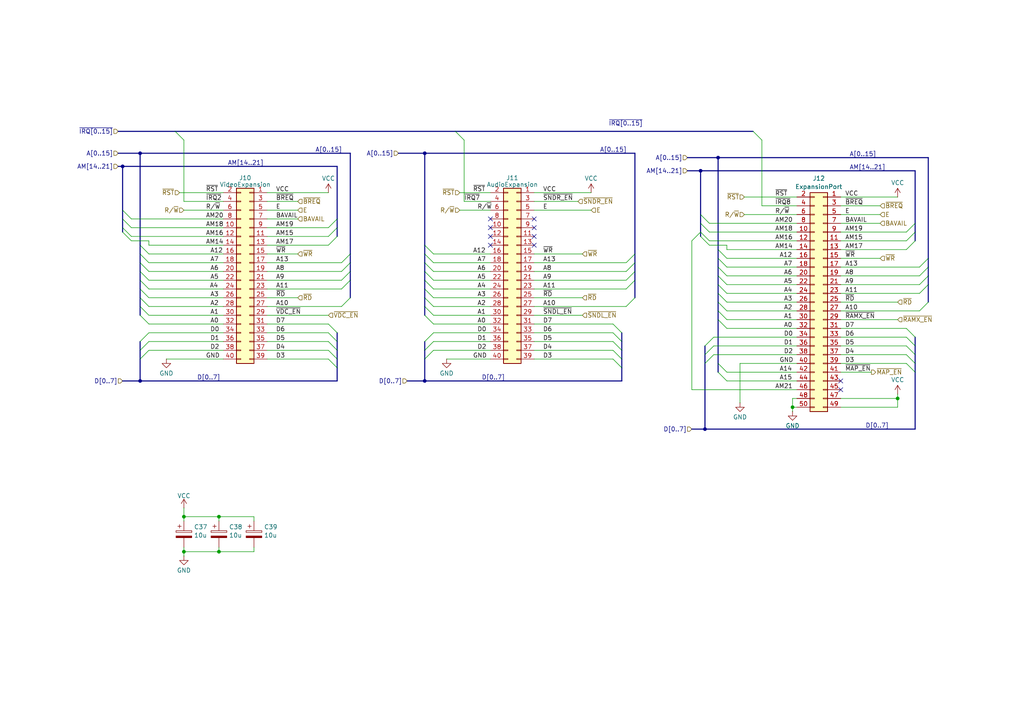
<source format=kicad_sch>
(kicad_sch (version 20231120) (generator "eeschema") (generator_version "8.0")
  (paper "A4")
  (lib_symbols
    (symbol "Connector_Generic:Conn_02x20_Odd_Even" (pin_names (offset 1.016) hide)
      (property "Reference" "J" (at 1.27 25.4 0))
      (property "Value" "Conn_02x20_Odd_Even" (at 1.27 -27.94 0))
      (symbol "Conn_02x20_Odd_Even_1_1"
        (rectangle (start -1.27 -25.273) (end 0 -25.527) (stroke (width 0.1524)))
        (rectangle (start -1.27 -22.733) (end 0 -22.987) (stroke (width 0.1524)))
        (rectangle (start -1.27 -20.193) (end 0 -20.447) (stroke (width 0.1524)))
        (rectangle (start -1.27 -17.653) (end 0 -17.907) (stroke (width 0.1524)))
        (rectangle (start -1.27 -15.113) (end 0 -15.367) (stroke (width 0.1524)))
        (rectangle (start -1.27 -12.573) (end 0 -12.827) (stroke (width 0.1524)))
        (rectangle (start -1.27 -10.033) (end 0 -10.287) (stroke (width 0.1524)))
        (rectangle (start -1.27 -7.493) (end 0 -7.747) (stroke (width 0.1524)))
        (rectangle (start -1.27 -4.953) (end 0 -5.207) (stroke (width 0.1524)))
        (rectangle (start -1.27 -2.413) (end 0 -2.667) (stroke (width 0.1524)))
        (rectangle (start -1.27 0.127) (end 0 -0.127) (stroke (width 0.1524)))
        (rectangle (start -1.27 2.667) (end 0 2.413) (stroke (width 0.1524)))
        (rectangle (start -1.27 5.207) (end 0 4.953) (stroke (width 0.1524)))
        (rectangle (start -1.27 7.747) (end 0 7.493) (stroke (width 0.1524)))
        (rectangle (start -1.27 10.287) (end 0 10.033) (stroke (width 0.1524)))
        (rectangle (start -1.27 12.827) (end 0 12.573) (stroke (width 0.1524)))
        (rectangle (start -1.27 15.367) (end 0 15.113) (stroke (width 0.1524)))
        (rectangle (start -1.27 17.907) (end 0 17.653) (stroke (width 0.1524)))
        (rectangle (start -1.27 20.447) (end 0 20.193) (stroke (width 0.1524)))
        (rectangle (start -1.27 22.987) (end 0 22.733) (stroke (width 0.1524)))
        (rectangle (start -1.27 24.13) (end 3.81 -26.67) (stroke (width 0.254)) (fill (type background)))
        (rectangle (start 3.81 -25.273) (end 2.54 -25.527) (stroke (width 0.1524)))
        (rectangle (start 3.81 -22.733) (end 2.54 -22.987) (stroke (width 0.1524)))
        (rectangle (start 3.81 -20.193) (end 2.54 -20.447) (stroke (width 0.1524)))
        (rectangle (start 3.81 -17.653) (end 2.54 -17.907) (stroke (width 0.1524)))
        (rectangle (start 3.81 -15.113) (end 2.54 -15.367) (stroke (width 0.1524)))
        (rectangle (start 3.81 -12.573) (end 2.54 -12.827) (stroke (width 0.1524)))
        (rectangle (start 3.81 -10.033) (end 2.54 -10.287) (stroke (width 0.1524)))
        (rectangle (start 3.81 -7.493) (end 2.54 -7.747) (stroke (width 0.1524)))
        (rectangle (start 3.81 -4.953) (end 2.54 -5.207) (stroke (width 0.1524)))
        (rectangle (start 3.81 -2.413) (end 2.54 -2.667) (stroke (width 0.1524)))
        (rectangle (start 3.81 0.127) (end 2.54 -0.127) (stroke (width 0.1524)))
        (rectangle (start 3.81 2.667) (end 2.54 2.413) (stroke (width 0.1524)))
        (rectangle (start 3.81 5.207) (end 2.54 4.953) (stroke (width 0.1524)))
        (rectangle (start 3.81 7.747) (end 2.54 7.493) (stroke (width 0.1524)))
        (rectangle (start 3.81 10.287) (end 2.54 10.033) (stroke (width 0.1524)))
        (rectangle (start 3.81 12.827) (end 2.54 12.573) (stroke (width 0.1524)))
        (rectangle (start 3.81 15.367) (end 2.54 15.113) (stroke (width 0.1524)))
        (rectangle (start 3.81 17.907) (end 2.54 17.653) (stroke (width 0.1524)))
        (rectangle (start 3.81 20.447) (end 2.54 20.193) (stroke (width 0.1524)))
        (rectangle (start 3.81 22.987) (end 2.54 22.733) (stroke (width 0.1524)))
        (pin passive line (at -5.08 22.86 0) (length 3.81) (name "Pin_1") (number "1"))
        (pin passive line (at 7.62 12.7 180) (length 3.81) (name "Pin_10") (number "10"))
        (pin passive line (at -5.08 10.16 0) (length 3.81) (name "Pin_11") (number "11"))
        (pin passive line (at 7.62 10.16 180) (length 3.81) (name "Pin_12") (number "12"))
        (pin passive line (at -5.08 7.62 0) (length 3.81) (name "Pin_13") (number "13"))
        (pin passive line (at 7.62 7.62 180) (length 3.81) (name "Pin_14") (number "14"))
        (pin passive line (at -5.08 5.08 0) (length 3.81) (name "Pin_15") (number "15"))
        (pin passive line (at 7.62 5.08 180) (length 3.81) (name "Pin_16") (number "16"))
        (pin passive line (at -5.08 2.54 0) (length 3.81) (name "Pin_17") (number "17"))
        (pin passive line (at 7.62 2.54 180) (length 3.81) (name "Pin_18") (number "18"))
        (pin passive line (at -5.08 0 0) (length 3.81) (name "Pin_19") (number "19"))
        (pin passive line (at 7.62 22.86 180) (length 3.81) (name "Pin_2") (number "2"))
        (pin passive line (at 7.62 0 180) (length 3.81) (name "Pin_20") (number "20"))
        (pin passive line (at -5.08 -2.54 0) (length 3.81) (name "Pin_21") (number "21"))
        (pin passive line (at 7.62 -2.54 180) (length 3.81) (name "Pin_22") (number "22"))
        (pin passive line (at -5.08 -5.08 0) (length 3.81) (name "Pin_23") (number "23"))
        (pin passive line (at 7.62 -5.08 180) (length 3.81) (name "Pin_24") (number "24"))
        (pin passive line (at -5.08 -7.62 0) (length 3.81) (name "Pin_25") (number "25"))
        (pin passive line (at 7.62 -7.62 180) (length 3.81) (name "Pin_26") (number "26"))
        (pin passive line (at -5.08 -10.16 0) (length 3.81) (name "Pin_27") (number "27"))
        (pin passive line (at 7.62 -10.16 180) (length 3.81) (name "Pin_28") (number "28"))
        (pin passive line (at -5.08 -12.7 0) (length 3.81) (name "Pin_29") (number "29"))
        (pin passive line (at -5.08 20.32 0) (length 3.81) (name "Pin_3") (number "3"))
        (pin passive line (at 7.62 -12.7 180) (length 3.81) (name "Pin_30") (number "30"))
        (pin passive line (at -5.08 -15.24 0) (length 3.81) (name "Pin_31") (number "31"))
        (pin passive line (at 7.62 -15.24 180) (length 3.81) (name "Pin_32") (number "32"))
        (pin passive line (at -5.08 -17.78 0) (length 3.81) (name "Pin_33") (number "33"))
        (pin passive line (at 7.62 -17.78 180) (length 3.81) (name "Pin_34") (number "34"))
        (pin passive line (at -5.08 -20.32 0) (length 3.81) (name "Pin_35") (number "35"))
        (pin passive line (at 7.62 -20.32 180) (length 3.81) (name "Pin_36") (number "36"))
        (pin passive line (at -5.08 -22.86 0) (length 3.81) (name "Pin_37") (number "37"))
        (pin passive line (at 7.62 -22.86 180) (length 3.81) (name "Pin_38") (number "38"))
        (pin passive line (at -5.08 -25.4 0) (length 3.81) (name "Pin_39") (number "39"))
        (pin passive line (at 7.62 20.32 180) (length 3.81) (name "Pin_4") (number "4"))
        (pin passive line (at 7.62 -25.4 180) (length 3.81) (name "Pin_40") (number "40"))
        (pin passive line (at -5.08 17.78 0) (length 3.81) (name "Pin_5") (number "5"))
        (pin passive line (at 7.62 17.78 180) (length 3.81) (name "Pin_6") (number "6"))
        (pin passive line (at -5.08 15.24 0) (length 3.81) (name "Pin_7") (number "7"))
        (pin passive line (at 7.62 15.24 180) (length 3.81) (name "Pin_8") (number "8"))
        (pin passive line (at -5.08 12.7 0) (length 3.81) (name "Pin_9") (number "9"))
      )
    )
    (symbol "Connector_Generic:Conn_02x25_Odd_Even" (pin_names (offset 1.016) hide)
      (property "Reference" "J" (at 1.27 33.02 0))
      (property "Value" "Conn_02x25_Odd_Even" (at 1.27 -33.02 0))
      (symbol "Conn_02x25_Odd_Even_1_1"
        (rectangle (start -1.27 -30.353) (end 0 -30.607) (stroke (width 0.1524)))
        (rectangle (start -1.27 -27.813) (end 0 -28.067) (stroke (width 0.1524)))
        (rectangle (start -1.27 -25.273) (end 0 -25.527) (stroke (width 0.1524)))
        (rectangle (start -1.27 -22.733) (end 0 -22.987) (stroke (width 0.1524)))
        (rectangle (start -1.27 -20.193) (end 0 -20.447) (stroke (width 0.1524)))
        (rectangle (start -1.27 -17.653) (end 0 -17.907) (stroke (width 0.1524)))
        (rectangle (start -1.27 -15.113) (end 0 -15.367) (stroke (width 0.1524)))
        (rectangle (start -1.27 -12.573) (end 0 -12.827) (stroke (width 0.1524)))
        (rectangle (start -1.27 -10.033) (end 0 -10.287) (stroke (width 0.1524)))
        (rectangle (start -1.27 -7.493) (end 0 -7.747) (stroke (width 0.1524)))
        (rectangle (start -1.27 -4.953) (end 0 -5.207) (stroke (width 0.1524)))
        (rectangle (start -1.27 -2.413) (end 0 -2.667) (stroke (width 0.1524)))
        (rectangle (start -1.27 0.127) (end 0 -0.127) (stroke (width 0.1524)))
        (rectangle (start -1.27 2.667) (end 0 2.413) (stroke (width 0.1524)))
        (rectangle (start -1.27 5.207) (end 0 4.953) (stroke (width 0.1524)))
        (rectangle (start -1.27 7.747) (end 0 7.493) (stroke (width 0.1524)))
        (rectangle (start -1.27 10.287) (end 0 10.033) (stroke (width 0.1524)))
        (rectangle (start -1.27 12.827) (end 0 12.573) (stroke (width 0.1524)))
        (rectangle (start -1.27 15.367) (end 0 15.113) (stroke (width 0.1524)))
        (rectangle (start -1.27 17.907) (end 0 17.653) (stroke (width 0.1524)))
        (rectangle (start -1.27 20.447) (end 0 20.193) (stroke (width 0.1524)))
        (rectangle (start -1.27 22.987) (end 0 22.733) (stroke (width 0.1524)))
        (rectangle (start -1.27 25.527) (end 0 25.273) (stroke (width 0.1524)))
        (rectangle (start -1.27 28.067) (end 0 27.813) (stroke (width 0.1524)))
        (rectangle (start -1.27 30.607) (end 0 30.353) (stroke (width 0.1524)))
        (rectangle (start -1.27 31.75) (end 3.81 -31.75) (stroke (width 0.254)) (fill (type background)))
        (rectangle (start 3.81 -30.353) (end 2.54 -30.607) (stroke (width 0.1524)))
        (rectangle (start 3.81 -27.813) (end 2.54 -28.067) (stroke (width 0.1524)))
        (rectangle (start 3.81 -25.273) (end 2.54 -25.527) (stroke (width 0.1524)))
        (rectangle (start 3.81 -22.733) (end 2.54 -22.987) (stroke (width 0.1524)))
        (rectangle (start 3.81 -20.193) (end 2.54 -20.447) (stroke (width 0.1524)))
        (rectangle (start 3.81 -17.653) (end 2.54 -17.907) (stroke (width 0.1524)))
        (rectangle (start 3.81 -15.113) (end 2.54 -15.367) (stroke (width 0.1524)))
        (rectangle (start 3.81 -12.573) (end 2.54 -12.827) (stroke (width 0.1524)))
        (rectangle (start 3.81 -10.033) (end 2.54 -10.287) (stroke (width 0.1524)))
        (rectangle (start 3.81 -7.493) (end 2.54 -7.747) (stroke (width 0.1524)))
        (rectangle (start 3.81 -4.953) (end 2.54 -5.207) (stroke (width 0.1524)))
        (rectangle (start 3.81 -2.413) (end 2.54 -2.667) (stroke (width 0.1524)))
        (rectangle (start 3.81 0.127) (end 2.54 -0.127) (stroke (width 0.1524)))
        (rectangle (start 3.81 2.667) (end 2.54 2.413) (stroke (width 0.1524)))
        (rectangle (start 3.81 5.207) (end 2.54 4.953) (stroke (width 0.1524)))
        (rectangle (start 3.81 7.747) (end 2.54 7.493) (stroke (width 0.1524)))
        (rectangle (start 3.81 10.287) (end 2.54 10.033) (stroke (width 0.1524)))
        (rectangle (start 3.81 12.827) (end 2.54 12.573) (stroke (width 0.1524)))
        (rectangle (start 3.81 15.367) (end 2.54 15.113) (stroke (width 0.1524)))
        (rectangle (start 3.81 17.907) (end 2.54 17.653) (stroke (width 0.1524)))
        (rectangle (start 3.81 20.447) (end 2.54 20.193) (stroke (width 0.1524)))
        (rectangle (start 3.81 22.987) (end 2.54 22.733) (stroke (width 0.1524)))
        (rectangle (start 3.81 25.527) (end 2.54 25.273) (stroke (width 0.1524)))
        (rectangle (start 3.81 28.067) (end 2.54 27.813) (stroke (width 0.1524)))
        (rectangle (start 3.81 30.607) (end 2.54 30.353) (stroke (width 0.1524)))
        (pin passive line (at -5.08 30.48 0) (length 3.81) (name "Pin_1") (number "1"))
        (pin passive line (at 7.62 20.32 180) (length 3.81) (name "Pin_10") (number "10"))
        (pin passive line (at -5.08 17.78 0) (length 3.81) (name "Pin_11") (number "11"))
        (pin passive line (at 7.62 17.78 180) (length 3.81) (name "Pin_12") (number "12"))
        (pin passive line (at -5.08 15.24 0) (length 3.81) (name "Pin_13") (number "13"))
        (pin passive line (at 7.62 15.24 180) (length 3.81) (name "Pin_14") (number "14"))
        (pin passive line (at -5.08 12.7 0) (length 3.81) (name "Pin_15") (number "15"))
        (pin passive line (at 7.62 12.7 180) (length 3.81) (name "Pin_16") (number "16"))
        (pin passive line (at -5.08 10.16 0) (length 3.81) (name "Pin_17") (number "17"))
        (pin passive line (at 7.62 10.16 180) (length 3.81) (name "Pin_18") (number "18"))
        (pin passive line (at -5.08 7.62 0) (length 3.81) (name "Pin_19") (number "19"))
        (pin passive line (at 7.62 30.48 180) (length 3.81) (name "Pin_2") (number "2"))
        (pin passive line (at 7.62 7.62 180) (length 3.81) (name "Pin_20") (number "20"))
        (pin passive line (at -5.08 5.08 0) (length 3.81) (name "Pin_21") (number "21"))
        (pin passive line (at 7.62 5.08 180) (length 3.81) (name "Pin_22") (number "22"))
        (pin passive line (at -5.08 2.54 0) (length 3.81) (name "Pin_23") (number "23"))
        (pin passive line (at 7.62 2.54 180) (length 3.81) (name "Pin_24") (number "24"))
        (pin passive line (at -5.08 0 0) (length 3.81) (name "Pin_25") (number "25"))
        (pin passive line (at 7.62 0 180) (length 3.81) (name "Pin_26") (number "26"))
        (pin passive line (at -5.08 -2.54 0) (length 3.81) (name "Pin_27") (number "27"))
        (pin passive line (at 7.62 -2.54 180) (length 3.81) (name "Pin_28") (number "28"))
        (pin passive line (at -5.08 -5.08 0) (length 3.81) (name "Pin_29") (number "29"))
        (pin passive line (at -5.08 27.94 0) (length 3.81) (name "Pin_3") (number "3"))
        (pin passive line (at 7.62 -5.08 180) (length 3.81) (name "Pin_30") (number "30"))
        (pin passive line (at -5.08 -7.62 0) (length 3.81) (name "Pin_31") (number "31"))
        (pin passive line (at 7.62 -7.62 180) (length 3.81) (name "Pin_32") (number "32"))
        (pin passive line (at -5.08 -10.16 0) (length 3.81) (name "Pin_33") (number "33"))
        (pin passive line (at 7.62 -10.16 180) (length 3.81) (name "Pin_34") (number "34"))
        (pin passive line (at -5.08 -12.7 0) (length 3.81) (name "Pin_35") (number "35"))
        (pin passive line (at 7.62 -12.7 180) (length 3.81) (name "Pin_36") (number "36"))
        (pin passive line (at -5.08 -15.24 0) (length 3.81) (name "Pin_37") (number "37"))
        (pin passive line (at 7.62 -15.24 180) (length 3.81) (name "Pin_38") (number "38"))
        (pin passive line (at -5.08 -17.78 0) (length 3.81) (name "Pin_39") (number "39"))
        (pin passive line (at 7.62 27.94 180) (length 3.81) (name "Pin_4") (number "4"))
        (pin passive line (at 7.62 -17.78 180) (length 3.81) (name "Pin_40") (number "40"))
        (pin passive line (at -5.08 -20.32 0) (length 3.81) (name "Pin_41") (number "41"))
        (pin passive line (at 7.62 -20.32 180) (length 3.81) (name "Pin_42") (number "42"))
        (pin passive line (at -5.08 -22.86 0) (length 3.81) (name "Pin_43") (number "43"))
        (pin passive line (at 7.62 -22.86 180) (length 3.81) (name "Pin_44") (number "44"))
        (pin passive line (at -5.08 -25.4 0) (length 3.81) (name "Pin_45") (number "45"))
        (pin passive line (at 7.62 -25.4 180) (length 3.81) (name "Pin_46") (number "46"))
        (pin passive line (at -5.08 -27.94 0) (length 3.81) (name "Pin_47") (number "47"))
        (pin passive line (at 7.62 -27.94 180) (length 3.81) (name "Pin_48") (number "48"))
        (pin passive line (at -5.08 -30.48 0) (length 3.81) (name "Pin_49") (number "49"))
        (pin passive line (at -5.08 25.4 0) (length 3.81) (name "Pin_5") (number "5"))
        (pin passive line (at 7.62 -30.48 180) (length 3.81) (name "Pin_50") (number "50"))
        (pin passive line (at 7.62 25.4 180) (length 3.81) (name "Pin_6") (number "6"))
        (pin passive line (at -5.08 22.86 0) (length 3.81) (name "Pin_7") (number "7"))
        (pin passive line (at 7.62 22.86 180) (length 3.81) (name "Pin_8") (number "8"))
        (pin passive line (at -5.08 20.32 0) (length 3.81) (name "Pin_9") (number "9"))
      )
    )
    (symbol "Device:C_Polarized" (pin_numbers hide) (pin_names (offset 0.254))
      (property "Reference" "C" (at 0.635 2.54 0))
      (property "Value" "C_Polarized" (at 0.635 -2.54 0))
      (symbol "C_Polarized_0_1"
        (rectangle (start -2.286 0.508) (end 2.286 1.016))
        (polyline (pts (xy -1.778 2.286) (xy -0.762 2.286)))
        (polyline (pts (xy -1.27 2.794) (xy -1.27 1.778)))
        (rectangle (start 2.286 -0.508) (end -2.286 -1.016) (fill (type outline)))
      )
      (symbol "C_Polarized_1_1"
        (pin passive line (at 0 3.81 270) (length 2.794) (name "~") (number "1"))
        (pin passive line (at 0 -3.81 90) (length 2.794) (name "~") (number "2"))
      )
    )
    (symbol "power:GND" (power) (pin_numbers hide) (pin_names (offset 0) hide)
      (property "Value" "GND" (at 0 -3.81 0))
      (symbol "GND_0_1"
        (polyline (pts (xy 0 0) (xy 0 -1.27) (xy 1.27 -1.27) (xy 0 -2.54) (xy -1.27 -1.27) (xy 0 -1.27)))
      )
      (symbol "GND_1_1"
        (pin power_in line (at 0 0 270) (length 0) (name "~") (number "1"))
      )
    )
    (symbol "power:VCC" (power) (pin_numbers hide) (pin_names (offset 0) hide)
      (property "Value" "VCC" (at 0 3.556 0))
      (symbol "VCC_0_1"
        (polyline (pts (xy -0.762 1.27) (xy 0 2.54)))
        (polyline (pts (xy 0 0) (xy 0 2.54)))
        (polyline (pts (xy 0 2.54) (xy 0.762 1.27)))
      )
      (symbol "VCC_1_1"
        (pin power_in line (at 0 0 90) (length 0) (name "~") (number "1"))
      )
    )
  )
  (junction (at 204.47 124.46))
  (junction (at 40.64 110.49))
  (junction (at 40.64 44.45))
  (junction (at 260.35 115.57))
  (junction (at 203.2 49.53))
  (junction (at 123.19 110.49))
  (junction (at 229.87 118.11))
  (junction (at 53.34 149.86))
  (junction (at 35.56 48.26))
  (junction (at 53.34 160.02))
  (junction (at 63.5 160.02))
  (junction (at 63.5 149.86))
  (junction (at 123.19 44.45))
  (junction (at 208.28 45.72))
  (no_connect (at 154.94 63.5))
  (no_connect (at 243.84 110.49))
  (no_connect (at 142.24 66.04))
  (no_connect (at 154.94 71.12))
  (no_connect (at 142.24 63.5))
  (no_connect (at 142.24 68.58))
  (no_connect (at 154.94 68.58))
  (no_connect (at 154.94 66.04))
  (no_connect (at 243.84 113.03))
  (no_connect (at 142.24 71.12))
  (bus_entry (at 205.74 64.77) (size -2.54 -2.54))
  (bus_entry (at 210.82 77.47) (size -2.54 -2.54))
  (bus_entry (at 43.18 88.9) (size -2.54 -2.54))
  (bus_entry (at 95.25 66.04) (size 2.54 -2.54))
  (bus_entry (at 40.64 99.06) (size 2.54 -2.54))
  (bus_entry (at 125.73 86.36) (size -2.54 -2.54))
  (bus_entry (at 266.7 85.09) (size 2.54 -2.54))
  (bus_entry (at 210.82 87.63) (size -2.54 -2.54))
  (bus_entry (at 43.18 81.28) (size -2.54 -2.54))
  (bus_entry (at 123.19 99.06) (size 2.54 -2.54))
  (bus_entry (at 210.82 92.71) (size -2.54 -2.54))
  (bus_entry (at 210.82 74.93) (size -2.54 -2.54))
  (bus_entry (at 205.74 71.12) (size -2.54 -2.54))
  (bus_entry (at 208.28 105.41) (size 2.54 2.54))
  (bus_entry (at 95.25 96.52) (size 2.54 2.54))
  (bus_entry (at 95.25 104.14) (size 2.54 2.54))
  (bus_entry (at 208.28 82.55) (size 2.54 2.54))
  (bus_entry (at 99.06 83.82) (size 2.54 -2.54))
  (bus_entry (at 95.25 93.98) (size 2.54 2.54))
  (bus_entry (at 262.89 100.33) (size 2.54 2.54))
  (bus_entry (at 262.89 97.79) (size 2.54 2.54))
  (bus_entry (at 262.89 69.85) (size 2.54 -2.54))
  (bus_entry (at 205.74 69.85) (size -2.54 -2.54))
  (bus_entry (at 35.56 66.04) (size 2.54 2.54))
  (bus_entry (at 204.47 105.41) (size 2.54 -2.54))
  (bus_entry (at 95.25 101.6) (size 2.54 2.54))
  (bus_entry (at 266.7 80.01) (size 2.54 -2.54))
  (bus_entry (at 43.18 73.66) (size -2.54 -2.54))
  (bus_entry (at 99.06 78.74) (size 2.54 -2.54))
  (bus_entry (at 177.8 99.06) (size 2.54 2.54))
  (bus_entry (at 43.18 91.44) (size -2.54 -2.54))
  (bus_entry (at 99.06 81.28) (size 2.54 -2.54))
  (bus_entry (at 204.47 102.87) (size 2.54 -2.54))
  (bus_entry (at 35.56 60.96) (size 2.54 2.54))
  (bus_entry (at 40.64 101.6) (size 2.54 -2.54))
  (bus_entry (at 43.18 78.74) (size -2.54 -2.54))
  (bus_entry (at 35.56 67.31) (size 2.54 2.54))
  (bus_entry (at 262.89 72.39) (size 2.54 -2.54))
  (bus_entry (at 123.19 101.6) (size 2.54 -2.54))
  (bus_entry (at 177.8 93.98) (size 2.54 2.54))
  (bus_entry (at 40.64 104.14) (size 2.54 -2.54))
  (bus_entry (at 35.56 63.5) (size 2.54 2.54))
  (bus_entry (at 205.74 67.31) (size -2.54 -2.54))
  (bus_entry (at 181.61 81.28) (size 2.54 -2.54))
  (bus_entry (at 43.18 86.36) (size -2.54 -2.54))
  (bus_entry (at 95.25 68.58) (size 2.54 -2.54))
  (bus_entry (at 43.18 83.82) (size -2.54 -2.54))
  (bus_entry (at 262.89 102.87) (size 2.54 2.54))
  (bus_entry (at 125.73 88.9) (size -2.54 -2.54))
  (bus_entry (at 262.89 95.25) (size 2.54 2.54))
  (bus_entry (at 204.47 100.33) (size 2.54 -2.54))
  (bus_entry (at 95.25 71.12) (size 2.54 -2.54))
  (bus_entry (at 208.28 107.95) (size 2.54 2.54))
  (bus_entry (at 125.73 91.44) (size -2.54 -2.54))
  (bus_entry (at 210.82 80.01) (size -2.54 -2.54))
  (bus_entry (at 123.19 104.14) (size 2.54 -2.54))
  (bus_entry (at 132.08 38.1) (size 2.54 2.54))
  (bus_entry (at 203.2 67.31) (size -2.54 2.54))
  (bus_entry (at 181.61 76.2) (size 2.54 -2.54))
  (bus_entry (at 181.61 78.74) (size 2.54 -2.54))
  (bus_entry (at 210.82 95.25) (size -2.54 -2.54))
  (bus_entry (at 181.61 88.9) (size 2.54 -2.54))
  (bus_entry (at 125.73 81.28) (size -2.54 -2.54))
  (bus_entry (at 125.73 73.66) (size -2.54 -2.54))
  (bus_entry (at 266.7 77.47) (size 2.54 -2.54))
  (bus_entry (at 50.8 38.1) (size 2.54 2.54))
  (bus_entry (at 99.06 88.9) (size 2.54 -2.54))
  (bus_entry (at 177.8 101.6) (size 2.54 2.54))
  (bus_entry (at 262.89 67.31) (size 2.54 -2.54))
  (bus_entry (at 99.06 76.2) (size 2.54 -2.54))
  (bus_entry (at 43.18 76.2) (size -2.54 -2.54))
  (bus_entry (at 218.44 38.1) (size 2.54 2.54))
  (bus_entry (at 43.18 93.98) (size -2.54 -2.54))
  (bus_entry (at 266.7 82.55) (size 2.54 -2.54))
  (bus_entry (at 266.7 90.17) (size 2.54 -2.54))
  (bus_entry (at 210.82 90.17) (size -2.54 -2.54))
  (bus_entry (at 125.73 93.98) (size -2.54 -2.54))
  (bus_entry (at 177.8 104.14) (size 2.54 2.54))
  (bus_entry (at 95.25 99.06) (size 2.54 2.54))
  (bus_entry (at 123.19 81.28) (size 2.54 2.54))
  (bus_entry (at 125.73 76.2) (size -2.54 -2.54))
  (bus_entry (at 262.89 105.41) (size 2.54 2.54))
  (bus_entry (at 210.82 82.55) (size -2.54 -2.54))
  (bus_entry (at 125.73 78.74) (size -2.54 -2.54))
  (bus_entry (at 177.8 96.52) (size 2.54 2.54))
  (bus_entry (at 181.61 83.82) (size 2.54 -2.54))
  (bus (pts (xy 265.43 105.41) (xy 265.43 107.95)))
  (bus (pts (xy 97.79 99.06) (xy 97.79 101.6)))
  (wire (pts (xy 243.84 57.15) (xy 260.35 57.15)))
  (wire (pts (xy 53.34 147.32) (xy 53.34 149.86)))
  (bus (pts (xy 184.15 73.66) (xy 184.15 76.2)))
  (wire (pts (xy 229.87 118.11) (xy 231.14 118.11)))
  (wire (pts (xy 125.73 88.9) (xy 142.24 88.9)))
  (bus (pts (xy 40.64 81.28) (xy 40.64 78.74)))
  (bus (pts (xy 97.79 104.14) (xy 97.79 106.68)))
  (bus (pts (xy 265.43 64.77) (xy 265.43 49.53)))
  (wire (pts (xy 210.82 80.01) (xy 231.14 80.01)))
  (wire (pts (xy 231.14 115.57) (xy 229.87 115.57)))
  (bus (pts (xy 180.34 106.68) (xy 180.34 110.49)))
  (bus (pts (xy 180.34 104.14) (xy 180.34 106.68)))
  (bus (pts (xy 40.64 91.44) (xy 40.64 88.9)))
  (wire (pts (xy 154.94 81.28) (xy 181.61 81.28)))
  (wire (pts (xy 43.18 93.98) (xy 64.77 93.98)))
  (wire (pts (xy 243.84 85.09) (xy 266.7 85.09)))
  (bus (pts (xy 101.6 81.28) (xy 101.6 86.36)))
  (bus (pts (xy 123.19 78.74) (xy 123.19 76.2)))
  (wire (pts (xy 77.47 86.36) (xy 86.36 86.36)))
  (wire (pts (xy 133.35 55.88) (xy 142.24 55.88)))
  (bus (pts (xy 200.66 124.46) (xy 204.47 124.46)))
  (wire (pts (xy 43.18 88.9) (xy 64.77 88.9)))
  (bus (pts (xy 40.64 44.45) (xy 101.6 44.45)))
  (wire (pts (xy 214.63 105.41) (xy 231.14 105.41)))
  (bus (pts (xy 97.79 66.04) (xy 97.79 63.5)))
  (bus (pts (xy 208.28 72.39) (xy 208.28 74.93)))
  (bus (pts (xy 265.43 67.31) (xy 265.43 64.77)))
  (bus (pts (xy 269.24 45.72) (xy 269.24 74.93)))
  (wire (pts (xy 133.35 60.96) (xy 142.24 60.96)))
  (bus (pts (xy 101.6 78.74) (xy 101.6 81.28)))
  (wire (pts (xy 77.47 99.06) (xy 95.25 99.06)))
  (wire (pts (xy 77.47 68.58) (xy 95.25 68.58)))
  (bus (pts (xy 101.6 76.2) (xy 101.6 78.74)))
  (wire (pts (xy 243.84 80.01) (xy 266.7 80.01)))
  (wire (pts (xy 220.98 59.69) (xy 231.14 59.69)))
  (bus (pts (xy 208.28 77.47) (xy 208.28 74.93)))
  (wire (pts (xy 43.18 71.12) (xy 64.77 71.12)))
  (wire (pts (xy 154.94 96.52) (xy 177.8 96.52)))
  (bus (pts (xy 180.34 110.49) (xy 123.19 110.49)))
  (bus (pts (xy 265.43 69.85) (xy 265.43 67.31)))
  (wire (pts (xy 229.87 115.57) (xy 229.87 118.11)))
  (wire (pts (xy 125.73 96.52) (xy 142.24 96.52)))
  (wire (pts (xy 43.18 78.74) (xy 64.77 78.74)))
  (bus (pts (xy 40.64 73.66) (xy 40.64 71.12)))
  (bus (pts (xy 208.28 92.71) (xy 208.28 105.41)))
  (bus (pts (xy 101.6 73.66) (xy 101.6 76.2)))
  (wire (pts (xy 210.82 72.39) (xy 231.14 72.39)))
  (wire (pts (xy 73.66 151.13) (xy 73.66 149.86)))
  (wire (pts (xy 77.47 55.88) (xy 95.25 55.88)))
  (wire (pts (xy 125.73 93.98) (xy 142.24 93.98)))
  (bus (pts (xy 123.19 78.74) (xy 123.19 81.28)))
  (wire (pts (xy 243.84 92.71) (xy 260.35 92.71)))
  (wire (pts (xy 210.82 87.63) (xy 231.14 87.63)))
  (wire (pts (xy 77.47 76.2) (xy 99.06 76.2)))
  (bus (pts (xy 184.15 81.28) (xy 184.15 86.36)))
  (wire (pts (xy 243.84 100.33) (xy 262.89 100.33)))
  (wire (pts (xy 53.34 149.86) (xy 53.34 151.13)))
  (wire (pts (xy 77.47 78.74) (xy 99.06 78.74)))
  (wire (pts (xy 125.73 83.82) (xy 142.24 83.82)))
  (wire (pts (xy 243.84 90.17) (xy 266.7 90.17)))
  (wire (pts (xy 77.47 73.66) (xy 86.36 73.66)))
  (wire (pts (xy 200.66 113.03) (xy 231.14 113.03)))
  (wire (pts (xy 220.98 40.64) (xy 220.98 59.69)))
  (wire (pts (xy 63.5 149.86) (xy 73.66 149.86)))
  (wire (pts (xy 77.47 83.82) (xy 99.06 83.82)))
  (bus (pts (xy 208.28 82.55) (xy 208.28 85.09)))
  (wire (pts (xy 154.94 55.88) (xy 171.45 55.88)))
  (bus (pts (xy 123.19 99.06) (xy 123.19 101.6)))
  (bus (pts (xy 123.19 44.45) (xy 123.19 71.12)))
  (bus (pts (xy 40.64 110.49) (xy 35.56 110.49)))
  (bus (pts (xy 208.28 80.01) (xy 208.28 77.47)))
  (bus (pts (xy 203.2 62.23) (xy 203.2 64.77)))
  (bus (pts (xy 123.19 104.14) (xy 123.19 110.49)))
  (bus (pts (xy 50.8 38.1) (xy 132.08 38.1)))
  (wire (pts (xy 53.34 60.96) (xy 64.77 60.96)))
  (wire (pts (xy 43.18 101.6) (xy 64.77 101.6)))
  (wire (pts (xy 210.82 107.95) (xy 231.14 107.95)))
  (wire (pts (xy 210.82 85.09) (xy 231.14 85.09)))
  (bus (pts (xy 97.79 101.6) (xy 97.79 104.14)))
  (wire (pts (xy 38.1 66.04) (xy 64.77 66.04)))
  (wire (pts (xy 53.34 40.64) (xy 53.34 58.42)))
  (wire (pts (xy 243.84 87.63) (xy 260.35 87.63)))
  (bus (pts (xy 208.28 90.17) (xy 208.28 87.63)))
  (wire (pts (xy 215.9 62.23) (xy 231.14 62.23)))
  (wire (pts (xy 243.84 72.39) (xy 262.89 72.39)))
  (wire (pts (xy 243.84 59.69) (xy 255.27 59.69)))
  (wire (pts (xy 125.73 76.2) (xy 142.24 76.2)))
  (bus (pts (xy 40.64 86.36) (xy 40.64 83.82)))
  (bus (pts (xy 269.24 77.47) (xy 269.24 80.01)))
  (wire (pts (xy 154.94 58.42) (xy 167.64 58.42)))
  (bus (pts (xy 208.28 105.41) (xy 208.28 107.95)))
  (bus (pts (xy 132.08 38.1) (xy 218.44 38.1)))
  (bus (pts (xy 269.24 80.01) (xy 269.24 82.55)))
  (wire (pts (xy 77.47 71.12) (xy 95.25 71.12)))
  (wire (pts (xy 207.01 97.79) (xy 231.14 97.79)))
  (bus (pts (xy 208.28 92.71) (xy 208.28 90.17)))
  (wire (pts (xy 243.84 97.79) (xy 262.89 97.79)))
  (wire (pts (xy 38.1 68.58) (xy 64.77 68.58)))
  (wire (pts (xy 243.84 64.77) (xy 255.27 64.77)))
  (bus (pts (xy 97.79 63.5) (xy 97.79 48.26)))
  (bus (pts (xy 208.28 80.01) (xy 208.28 82.55)))
  (wire (pts (xy 38.1 63.5) (xy 64.77 63.5)))
  (wire (pts (xy 43.18 99.06) (xy 64.77 99.06)))
  (wire (pts (xy 154.94 101.6) (xy 177.8 101.6)))
  (wire (pts (xy 125.73 86.36) (xy 142.24 86.36)))
  (wire (pts (xy 77.47 91.44) (xy 95.25 91.44)))
  (wire (pts (xy 154.94 86.36) (xy 168.91 86.36)))
  (wire (pts (xy 63.5 160.02) (xy 63.5 158.75)))
  (wire (pts (xy 43.18 83.82) (xy 64.77 83.82)))
  (wire (pts (xy 154.94 83.82) (xy 181.61 83.82)))
  (bus (pts (xy 208.28 45.72) (xy 269.24 45.72)))
  (bus (pts (xy 40.64 78.74) (xy 40.64 76.2)))
  (wire (pts (xy 125.73 73.66) (xy 142.24 73.66)))
  (bus (pts (xy 40.64 101.6) (xy 40.64 104.14)))
  (wire (pts (xy 207.01 100.33) (xy 231.14 100.33)))
  (bus (pts (xy 269.24 74.93) (xy 269.24 77.47)))
  (wire (pts (xy 207.01 102.87) (xy 231.14 102.87)))
  (wire (pts (xy 43.18 91.44) (xy 64.77 91.44)))
  (bus (pts (xy 115.57 44.45) (xy 123.19 44.45)))
  (bus (pts (xy 40.64 99.06) (xy 40.64 101.6)))
  (wire (pts (xy 77.47 58.42) (xy 86.36 58.42)))
  (bus (pts (xy 203.2 67.31) (xy 203.2 68.58)))
  (wire (pts (xy 43.18 69.85) (xy 43.18 71.12)))
  (wire (pts (xy 73.66 160.02) (xy 73.66 158.75)))
  (bus (pts (xy 180.34 101.6) (xy 180.34 104.14)))
  (bus (pts (xy 123.19 81.28) (xy 123.19 83.82)))
  (wire (pts (xy 210.82 110.49) (xy 231.14 110.49)))
  (wire (pts (xy 53.34 149.86) (xy 63.5 149.86)))
  (wire (pts (xy 125.73 81.28) (xy 142.24 81.28)))
  (wire (pts (xy 243.84 115.57) (xy 260.35 115.57)))
  (wire (pts (xy 77.47 81.28) (xy 99.06 81.28)))
  (bus (pts (xy 123.19 86.36) (xy 123.19 83.82)))
  (wire (pts (xy 215.9 57.15) (xy 231.14 57.15)))
  (wire (pts (xy 243.84 82.55) (xy 266.7 82.55)))
  (wire (pts (xy 260.35 114.3) (xy 260.35 115.57)))
  (bus (pts (xy 34.29 44.45) (xy 40.64 44.45)))
  (wire (pts (xy 77.47 60.96) (xy 86.36 60.96)))
  (wire (pts (xy 154.94 104.14) (xy 177.8 104.14)))
  (bus (pts (xy 184.15 78.74) (xy 184.15 81.28)))
  (wire (pts (xy 154.94 88.9) (xy 181.61 88.9)))
  (wire (pts (xy 38.1 69.85) (xy 43.18 69.85)))
  (wire (pts (xy 154.94 76.2) (xy 181.61 76.2)))
  (wire (pts (xy 77.47 101.6) (xy 95.25 101.6)))
  (wire (pts (xy 129.54 104.14) (xy 142.24 104.14)))
  (bus (pts (xy 35.56 66.04) (xy 35.56 67.31)))
  (wire (pts (xy 210.82 92.71) (xy 231.14 92.71)))
  (wire (pts (xy 53.34 160.02) (xy 63.5 160.02)))
  (bus (pts (xy 97.79 96.52) (xy 97.79 99.06)))
  (bus (pts (xy 123.19 110.49) (xy 118.11 110.49)))
  (wire (pts (xy 243.84 77.47) (xy 266.7 77.47)))
  (bus (pts (xy 180.34 99.06) (xy 180.34 101.6)))
  (wire (pts (xy 210.82 71.12) (xy 210.82 72.39)))
  (wire (pts (xy 63.5 160.02) (xy 73.66 160.02)))
  (bus (pts (xy 265.43 102.87) (xy 265.43 105.41)))
  (bus (pts (xy 208.28 45.72) (xy 208.28 72.39)))
  (wire (pts (xy 229.87 118.11) (xy 229.87 119.38)))
  (wire (pts (xy 260.35 115.57) (xy 260.35 118.11)))
  (bus (pts (xy 123.19 76.2) (xy 123.19 73.66)))
  (wire (pts (xy 77.47 63.5) (xy 86.36 63.5)))
  (bus (pts (xy 199.39 49.53) (xy 203.2 49.53)))
  (bus (pts (xy 265.43 49.53) (xy 203.2 49.53)))
  (wire (pts (xy 205.74 69.85) (xy 231.14 69.85)))
  (bus (pts (xy 199.39 45.72) (xy 208.28 45.72)))
  (wire (pts (xy 53.34 158.75) (xy 53.34 160.02)))
  (wire (pts (xy 205.74 67.31) (xy 231.14 67.31)))
  (bus (pts (xy 35.56 48.26) (xy 97.79 48.26)))
  (wire (pts (xy 205.74 64.77) (xy 231.14 64.77)))
  (wire (pts (xy 77.47 104.14) (xy 95.25 104.14)))
  (bus (pts (xy 97.79 106.68) (xy 97.79 110.49)))
  (wire (pts (xy 43.18 81.28) (xy 64.77 81.28)))
  (bus (pts (xy 265.43 100.33) (xy 265.43 102.87)))
  (wire (pts (xy 205.74 71.12) (xy 210.82 71.12)))
  (bus (pts (xy 204.47 105.41) (xy 204.47 102.87)))
  (wire (pts (xy 125.73 101.6) (xy 142.24 101.6)))
  (wire (pts (xy 210.82 77.47) (xy 231.14 77.47)))
  (bus (pts (xy 269.24 82.55) (xy 269.24 87.63)))
  (wire (pts (xy 210.82 82.55) (xy 231.14 82.55)))
  (wire (pts (xy 210.82 90.17) (xy 231.14 90.17)))
  (wire (pts (xy 134.62 58.42) (xy 142.24 58.42)))
  (wire (pts (xy 154.94 78.74) (xy 181.61 78.74)))
  (bus (pts (xy 35.56 63.5) (xy 35.56 66.04)))
  (wire (pts (xy 125.73 99.06) (xy 142.24 99.06)))
  (bus (pts (xy 184.15 76.2) (xy 184.15 78.74)))
  (wire (pts (xy 48.26 104.14) (xy 64.77 104.14)))
  (bus (pts (xy 208.28 85.09) (xy 208.28 87.63)))
  (wire (pts (xy 154.94 73.66) (xy 168.91 73.66)))
  (bus (pts (xy 40.64 76.2) (xy 40.64 73.66)))
  (bus (pts (xy 204.47 124.46) (xy 265.43 124.46)))
  (wire (pts (xy 210.82 74.93) (xy 231.14 74.93)))
  (bus (pts (xy 34.29 38.1) (xy 50.8 38.1)))
  (bus (pts (xy 123.19 88.9) (xy 123.19 86.36)))
  (bus (pts (xy 265.43 107.95) (xy 265.43 124.46)))
  (bus (pts (xy 204.47 102.87) (xy 204.47 100.33)))
  (wire (pts (xy 52.07 55.88) (xy 64.77 55.88)))
  (bus (pts (xy 40.64 104.14) (xy 40.64 110.49)))
  (wire (pts (xy 154.94 93.98) (xy 177.8 93.98)))
  (wire (pts (xy 77.47 96.52) (xy 95.25 96.52)))
  (wire (pts (xy 243.84 95.25) (xy 262.89 95.25)))
  (wire (pts (xy 63.5 149.86) (xy 63.5 151.13)))
  (wire (pts (xy 125.73 91.44) (xy 142.24 91.44)))
  (bus (pts (xy 97.79 68.58) (xy 97.79 66.04)))
  (wire (pts (xy 243.84 67.31) (xy 262.89 67.31)))
  (wire (pts (xy 43.18 96.52) (xy 64.77 96.52)))
  (wire (pts (xy 154.94 91.44) (xy 168.91 91.44)))
  (wire (pts (xy 243.84 105.41) (xy 262.89 105.41)))
  (bus (pts (xy 40.64 88.9) (xy 40.64 86.36)))
  (wire (pts (xy 77.47 88.9) (xy 99.06 88.9)))
  (bus (pts (xy 180.34 96.52) (xy 180.34 99.06)))
  (wire (pts (xy 53.34 58.42) (xy 64.77 58.42)))
  (wire (pts (xy 243.84 107.95) (xy 252.73 107.95)))
  (bus (pts (xy 101.6 44.45) (xy 101.6 73.66)))
  (wire (pts (xy 43.18 86.36) (xy 64.77 86.36)))
  (bus (pts (xy 123.19 91.44) (xy 123.19 88.9)))
  (wire (pts (xy 125.73 78.74) (xy 142.24 78.74)))
  (wire (pts (xy 260.35 118.11) (xy 243.84 118.11)))
  (bus (pts (xy 35.56 48.26) (xy 35.56 60.96)))
  (wire (pts (xy 214.63 116.84) (xy 214.63 105.41)))
  (bus (pts (xy 97.79 110.49) (xy 40.64 110.49)))
  (wire (pts (xy 243.84 102.87) (xy 262.89 102.87)))
  (wire (pts (xy 77.47 66.04) (xy 95.25 66.04)))
  (bus (pts (xy 203.2 49.53) (xy 203.2 62.23)))
  (bus (pts (xy 184.15 44.45) (xy 184.15 73.66)))
  (bus (pts (xy 40.64 83.82) (xy 40.64 81.28)))
  (wire (pts (xy 243.84 62.23) (xy 255.27 62.23)))
  (wire (pts (xy 243.84 69.85) (xy 262.89 69.85)))
  (bus (pts (xy 265.43 97.79) (xy 265.43 100.33)))
  (bus (pts (xy 35.56 60.96) (xy 35.56 63.5)))
  (wire (pts (xy 43.18 73.66) (xy 64.77 73.66)))
  (wire (pts (xy 134.62 40.64) (xy 134.62 58.42)))
  (bus (pts (xy 40.64 44.45) (xy 40.64 71.12)))
  (bus (pts (xy 34.29 48.26) (xy 35.56 48.26)))
  (wire (pts (xy 77.47 93.98) (xy 95.25 93.98)))
  (wire (pts (xy 154.94 99.06) (xy 177.8 99.06)))
  (bus (pts (xy 203.2 64.77) (xy 203.2 67.31)))
  (bus (pts (xy 123.19 73.66) (xy 123.19 71.12)))
  (wire (pts (xy 154.94 60.96) (xy 171.45 60.96)))
  (wire (pts (xy 210.82 95.25) (xy 231.14 95.25)))
  (wire (pts (xy 243.84 74.93) (xy 255.27 74.93)))
  (bus (pts (xy 204.47 105.41) (xy 204.47 124.46)))
  (wire (pts (xy 53.34 160.02) (xy 53.34 161.29)))
  (wire (pts (xy 43.18 76.2) (xy 64.77 76.2)))
  (bus (pts (xy 123.19 101.6) (xy 123.19 104.14)))
  (wire (pts (xy 200.66 69.85) (xy 200.66 113.03)))
  (bus (pts (xy 123.19 44.45) (xy 184.15 44.45)))
  (label "A5" (at 60.96 81.28 0))
  (label "GND" (at 59.69 104.14 0))
  (label "AM14" (at 59.69 71.12 0))
  (label "A12" (at 137.16 73.66 0))
  (label "D1" (at 60.96 99.06 0))
  (label "R{slash}~{W}" (at 59.69 60.96 0))
  (label "A1" (at 60.96 91.44 0))
  (label "~{RD}" (at 245.11 87.63 0))
  (label "~{RST}" (at 224.79 57.15 0))
  (label "A1" (at 138.43 91.44 0))
  (label "~{WR}" (at 80.01 73.66 0))
  (label "A5" (at 138.43 81.28 0))
  (label "~{VDC_EN}" (at 80.01 91.44 0))
  (label "A10" (at 157.48 88.9 0))
  (label "A8" (at 157.48 78.74 0))
  (label "D6" (at 80.01 96.52 0))
  (label "AM16" (at 59.69 68.58 0))
  (label "A6" (at 60.96 78.74 0))
  (label "AM[14..21]" (at 66.04 48.26 0))
  (label "~{SNDL_EN}" (at 157.48 91.44 0))
  (label "E" (at 80.01 60.96 0))
  (label "D6" (at 245.11 97.79 0))
  (label "D[0..7]" (at 257.81 124.46 180))
  (label "R{slash}~{W}" (at 138.43 60.96 0))
  (label "A2" (at 60.96 88.9 0))
  (label "D2" (at 138.43 101.6 0))
  (label "A0" (at 138.43 93.98 0))
  (label "AM16" (at 224.79 69.85 0))
  (label "~{RST}" (at 137.16 55.88 0))
  (label "AM15" (at 80.01 68.58 0))
  (label "D0" (at 227.33 97.79 0))
  (label "D4" (at 245.11 102.87 0))
  (label "A12" (at 60.96 73.66 0))
  (label "A1" (at 227.33 92.71 0))
  (label "D7" (at 157.48 93.98 0))
  (label "D0" (at 138.43 96.52 0))
  (label "~{IRQ8}" (at 224.79 59.69 0))
  (label "E" (at 245.11 62.23 0))
  (label "A7" (at 138.43 76.2 0))
  (label "A6" (at 138.43 78.74 0))
  (label "A3" (at 227.33 87.63 0))
  (label "D4" (at 157.48 101.6 0))
  (label "~{RD}" (at 80.01 86.36 0))
  (label "D3" (at 157.48 104.14 0))
  (label "~{RD}" (at 157.48 86.36 0))
  (label "AM17" (at 245.11 72.39 0))
  (label "A13" (at 157.48 76.2 0))
  (label "A9" (at 80.01 81.28 0))
  (label "A9" (at 245.11 82.55 0))
  (label "A15" (at 226.06 110.49 0))
  (label "A14" (at 226.06 107.95 0))
  (label "A4" (at 227.33 85.09 0))
  (label "AM20" (at 59.69 63.5 0))
  (label "A[0..15]" (at 173.99 44.45 0))
  (label "AM15" (at 245.11 69.85 0))
  (label "D3" (at 245.11 105.41 0))
  (label "BAVAIL" (at 80.01 63.5 0))
  (label "A4" (at 60.8162 83.82 0))
  (label "A6" (at 227.33 80.01 0))
  (label "AM20" (at 224.79 64.77 0))
  (label "A[0..15]" (at 246.38 45.72 0))
  (label "~{MAP_EN}" (at 245.11 107.95 0))
  (label "GND" (at 226.06 105.41 0))
  (label "D0" (at 60.96 96.52 0))
  (label "A10" (at 80.01 88.9 0))
  (label "D[0..7]" (at 57.15 110.49 0))
  (label "D4" (at 80.01 101.6 0))
  (label "A13" (at 245.11 77.47 0))
  (label "D5" (at 157.48 99.06 0))
  (label "VCC" (at 80.01 55.88 0))
  (label "~{IRQ2}" (at 59.69 58.42 0))
  (label "AM[14..21]" (at 246.38 49.53 0))
  (label "A9" (at 157.48 81.28 0))
  (label "D1" (at 138.43 99.06 0))
  (label "D5" (at 80.01 99.06 0))
  (label "A11" (at 157.48 83.82 0))
  (label "D5" (at 245.11 100.33 0))
  (label "A8" (at 80.01 78.74 0))
  (label "D7" (at 245.11 95.25 0))
  (label "AM18" (at 224.79 67.31 0))
  (label "~{BREQ}" (at 80.01 58.42 0))
  (label "~{WR}" (at 157.48 73.66 0))
  (label "A7" (at 60.96 76.2 0))
  (label "BAVAIL" (at 245.11 64.77 0))
  (label "A11" (at 245.11 85.09 0))
  (label "A12" (at 226.06 74.93 0))
  (label "AM21" (at 224.79 113.03 0))
  (label "~{SNDR_EN}" (at 157.48 58.42 0))
  (label "D2" (at 227.33 102.87 0))
  (label "A2" (at 138.43 88.9 0))
  (label "AM19" (at 80.01 66.04 0))
  (label "~{RST}" (at 59.69 55.88 0))
  (label "AM17" (at 80.01 71.12 0))
  (label "AM19" (at 245.11 67.31 0))
  (label "D7" (at 80.01 93.98 0))
  (label "D2" (at 60.96 101.6 0))
  (label "VCC" (at 245.11 57.15 0))
  (label "D3" (at 80.01 104.14 0))
  (label "A3" (at 138.43 86.36 0))
  (label "A7" (at 227.33 77.47 0))
  (label "VCC" (at 157.48 55.88 0))
  (label "A8" (at 245.11 80.01 0))
  (label "~{WR}" (at 245.11 74.93 0))
  (label "AM18" (at 59.69 66.04 0))
  (label "D[0..7]" (at 139.7 110.49 0))
  (label "A11" (at 80.01 83.82 0))
  (label "D6" (at 157.48 96.52 0))
  (label "A5" (at 227.33 82.55 0))
  (label "A0" (at 227.33 95.25 0))
  (label "A3" (at 60.96 86.36 0))
  (label "AM14" (at 224.79 72.39 0))
  (label "D1" (at 227.33 100.33 0))
  (label "E" (at 157.48 60.96 0))
  (label "A10" (at 245.11 90.17 0))
  (label "GND" (at 137.16 104.14 0))
  (label "A2" (at 227.33 90.17 0))
  (label "A0" (at 60.96 93.98 0))
  (label "A[0..15]" (at 91.44 44.45 0))
  (label "~{BREQ}" (at 245.11 59.69 0))
  (label "~{RAMX_EN}" (at 245.11 92.71 0))
  (label "~{IRQ[0..15]}" (at 176.53 36.83 0))
  (label "R{slash}~{W}" (at 224.79 62.23 0))
  (label "A4" (at 138.43 83.82 0))
  (label "~{IRQ7}" (at 134.62 58.42 0))
  (label "A13" (at 80.01 76.2 0))
  (hierarchical_label "R{slash}~{W}" (shape input) (at 53.34 60.96 180))
  (hierarchical_label "A[0..15]" (shape input) (at 199.39 45.72 180))
  (hierarchical_label "~{WR}" (shape input) (at 255.27 74.93 0))
  (hierarchical_label "R{slash}~{W}" (shape input) (at 215.9 62.23 180))
  (hierarchical_label "~{WR}" (shape input) (at 168.91 73.66 0))
  (hierarchical_label "A[0..15]" (shape input) (at 115.57 44.45 180))
  (hierarchical_label "A[0..15]" (shape input) (at 34.29 44.45 180))
  (hierarchical_label "~{RD}" (shape input) (at 168.91 86.36 0))
  (hierarchical_label "~{VDC_EN}" (shape input) (at 95.25 91.44 0))
  (hierarchical_label "~{SNDL_EN}" (shape input) (at 168.91 91.44 0))
  (hierarchical_label "~{RST}" (shape input) (at 52.07 55.88 180))
  (hierarchical_label "~{RD}" (shape input) (at 86.36 86.36 0))
  (hierarchical_label "BAVAIL" (shape input) (at 255.27 64.77 0))
  (hierarchical_label "~{IRQ[0..15]}" (shape input) (at 34.29 38.1 180))
  (hierarchical_label "E" (shape input) (at 86.36 60.96 0))
  (hierarchical_label "AM[14..21]" (shape input) (at 199.39 49.53 180))
  (hierarchical_label "~{SNDR_EN}" (shape input) (at 167.64 58.42 0))
  (hierarchical_label "~{RD}" (shape input) (at 260.35 87.63 0))
  (hierarchical_label "D[0..7]" (shape input) (at 200.66 124.46 180))
  (hierarchical_label "BAVAIL" (shape input) (at 86.36 63.5 0))
  (hierarchical_label "~{RST}" (shape input) (at 215.9 57.15 180))
  (hierarchical_label "~{MAP_EN}" (shape output) (at 252.73 107.95 0))
  (hierarchical_label "~{RST}" (shape input) (at 133.35 55.88 180))
  (hierarchical_label "D[0..7]" (shape input) (at 35.56 110.49 180))
  (hierarchical_label "R{slash}~{W}" (shape input) (at 133.35 60.96 180))
  (hierarchical_label "~{BREQ}" (shape input) (at 255.27 59.69 0))
  (hierarchical_label "~{BREQ}" (shape input) (at 86.36 58.42 0))
  (hierarchical_label "AM[14..21]" (shape input) (at 34.29 48.26 180))
  (hierarchical_label "E" (shape input) (at 255.27 62.23 0))
  (hierarchical_label "D[0..7]" (shape input) (at 118.11 110.49 180))
  (hierarchical_label "~{WR}" (shape input) (at 86.36 73.66 0))
  (hierarchical_label "E" (shape input) (at 171.45 60.96 0))
  (hierarchical_label "~{RAMX_EN}" (shape input) (at 260.35 92.71 0))
  (symbol (lib_id "power:VCC") (at 260.35 57.15 0) (unit 1)
    (property "Reference" "#PWR088" (effects (hide yes)))
    (property "Value" "VCC" (at 260.35 53.0169 0))
    (property "Description" "Power symbol creates a global label with name \"VCC\"" (effects (hide yes)))
  )
  (symbol (lib_id "power:VCC") (at 260.35 114.3 0) (unit 1)
    (property "Reference" "#PWR089" (effects (hide yes)))
    (property "Value" "VCC" (at 260.35 110.1669 0))
    (property "Description" "Power symbol creates a global label with name \"VCC\"" (effects (hide yes)))
  )
  (symbol (lib_id "power:GND") (at 129.54 104.14 0) (unit 1)
    (property "Reference" "#PWR084" (effects (hide yes)))
    (property "Value" "GND" (at 129.54 108.2731 0))
    (property "Description" "Power symbol creates a global label with name \"GND\" , ground" (effects (hide yes)))
  )
  (symbol (lib_id "power:VCC") (at 171.45 55.88 0) (unit 1)
    (property "Reference" "#PWR085" (effects (hide yes)))
    (property "Value" "VCC" (at 171.45 51.7469 0))
    (property "Description" "Power symbol creates a global label with name \"VCC\"" (effects (hide yes)))
  )
  (symbol (lib_id "power:GND") (at 48.26 104.14 0) (unit 1)
    (property "Reference" "#PWR082" (effects (hide yes)))
    (property "Value" "GND" (at 48.26 108.2731 0))
    (property "Description" "Power symbol creates a global label with name \"GND\" , ground" (effects (hide yes)))
  )
  (symbol (lib_id "power:GND") (at 53.34 161.29 0) (unit 1)
    (property "Reference" "#PWR093" (effects (hide yes)))
    (property "Value" "GND" (at 53.34 165.4255 0))
  )
  (symbol (lib_id "Connector_Generic:Conn_02x20_Odd_Even") (at 149.86 78.74 0) (mirror y) (unit 1)
    (property "Reference" "J11" (at 148.59 51.6001 0))
    (property "Value" "AudioExpansion" (at 148.59 53.5211 0))
    (property "Footprint" "Connector_PinSocket_2.54mm:PinSocket_2x20_P2.54mm_Vertical" (effects (hide yes)))
  )
  (symbol (lib_id "power:GND") (at 214.63 116.84 0) (unit 1)
    (property "Reference" "#PWR086" (effects (hide yes)))
    (property "Value" "GND" (at 214.63 120.9731 0))
    (property "Description" "Power symbol creates a global label with name \"GND\" , ground" (effects (hide yes)))
  )
  (symbol (lib_id "Device:C_Polarized") (at 63.5 154.94 0) (unit 1)
    (property "Reference" "C38" (at 66.421 152.8388 0) (effects (justify left)))
    (property "Value" "10u" (at 66.421 155.2631 0) (effects (justify left)))
    (property "Footprint" "Capacitor_THT:CP_Radial_D4.0mm_P2.00mm" (effects (hide yes)))
  )
  (symbol (lib_id "power:VCC") (at 53.34 147.32 0) (unit 1)
    (property "Reference" "#PWR092" (effects (hide yes)))
    (property "Value" "VCC" (at 53.34 143.8181 0))
  )
  (symbol (lib_id "Device:C_Polarized") (at 73.66 154.94 0) (unit 1)
    (property "Reference" "C39" (at 76.581 152.8388 0) (effects (justify left)))
    (property "Value" "10u" (at 76.581 155.2631 0) (effects (justify left)))
    (property "Footprint" "Capacitor_THT:CP_Radial_D4.0mm_P2.00mm" (effects (hide yes)))
  )
  (symbol (lib_id "Connector_Generic:Conn_02x25_Odd_Even") (at 238.76 87.63 0) (mirror y) (unit 1)
    (property "Reference" "J12" (at 237.49 51.7355 0))
    (property "Value" "ExpansionPort" (at 237.49 54.1598 0))
    (property "Footprint" "Connector_PinSocket_2.54mm:PinSocket_2x25_P2.54mm_Vertical" (effects (hide yes)))
    (property "Description" "Generic connector, double row, 02x25, odd/even pin numbering scheme (row 1 odd numbers, row 2 even numbers), script generated (kicad-library-utils/schlib/autogen/connector/)" (effects (hide yes)))
  )
  (symbol (lib_id "power:GND") (at 229.87 119.38 0) (unit 1)
    (property "Reference" "#PWR087" (effects (hide yes)))
    (property "Value" "GND" (at 229.87 123.5131 0))
    (property "Description" "Power symbol creates a global label with name \"GND\" , ground" (effects (hide yes)))
  )
  (symbol (lib_id "Connector_Generic:Conn_02x20_Odd_Even") (at 72.39 78.74 0) (mirror y) (unit 1)
    (property "Reference" "J10" (at 71.12 51.6001 0))
    (property "Value" "VideoExpansion" (at 71.12 53.5211 0))
    (property "Footprint" "Connector_PinSocket_2.54mm:PinSocket_2x20_P2.54mm_Vertical" (effects (hide yes)))
  )
  (symbol (lib_id "Device:C_Polarized") (at 53.34 154.94 0) (unit 1)
    (property "Reference" "C37" (at 56.261 152.8388 0) (effects (justify left)))
    (property "Value" "10u" (at 56.261 155.2631 0) (effects (justify left)))
    (property "Footprint" "Capacitor_THT:CP_Radial_D4.0mm_P2.00mm" (effects (hide yes)))
  )
  (symbol (lib_id "power:VCC") (at 95.25 55.88 0) (unit 1)
    (property "Reference" "#PWR083" (effects (hide yes)))
    (property "Value" "VCC" (at 95.25 51.7469 0))
    (property "Description" "Power symbol creates a global label with name \"VCC\"" (effects (hide yes)))
  )
)
</source>
